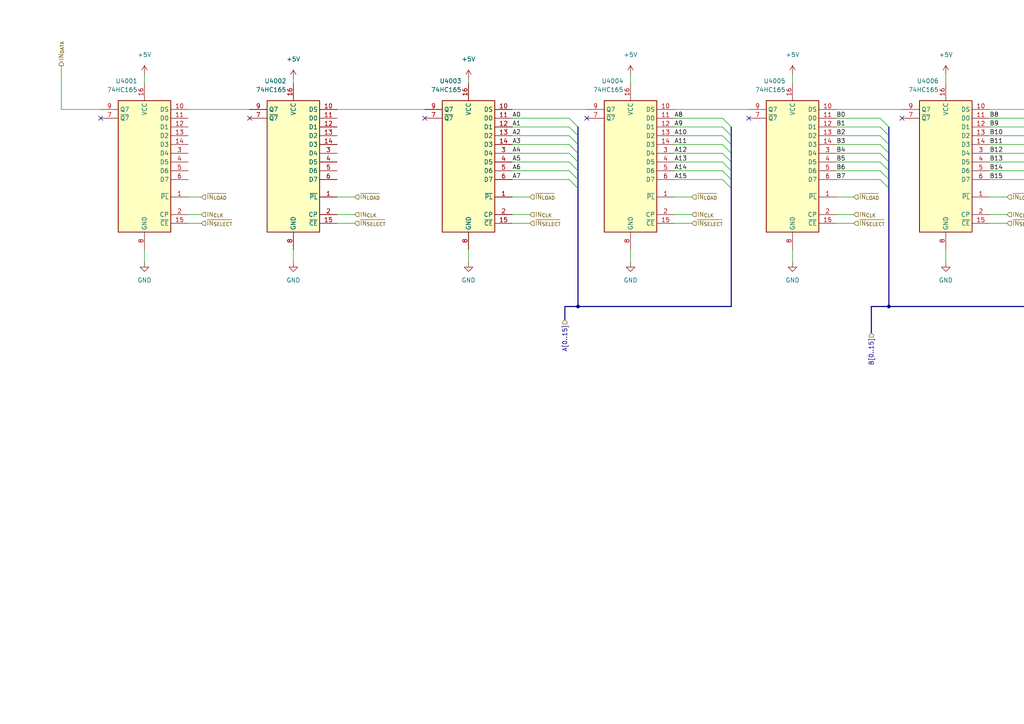
<source format=kicad_sch>
(kicad_sch (version 20231120) (generator "eeschema") (generator_version "8.0")
  (paper "A4")
  (lib_symbols
    (symbol "74xx:74HC165"
      (property "Reference" "U" (at -7.62 19.05 0))
      (property "Value" "74HC165" (at -7.62 -21.59 0))
      (symbol "74HC165_1_0"
        (pin input line (at -12.7 -10.16 0) (length 5.08) (name "~{PL}") (number "1"))
        (pin input line (at -12.7 15.24 0) (length 5.08) (name "DS") (number "10"))
        (pin input line (at -12.7 12.7 0) (length 5.08) (name "D0") (number "11"))
        (pin input line (at -12.7 10.16 0) (length 5.08) (name "D1") (number "12"))
        (pin input line (at -12.7 7.62 0) (length 5.08) (name "D2") (number "13"))
        (pin input line (at -12.7 5.08 0) (length 5.08) (name "D3") (number "14"))
        (pin input line (at -12.7 -17.78 0) (length 5.08) (name "~{CE}") (number "15"))
        (pin power_in line (at 0 22.86 270) (length 5.08) (name "VCC") (number "16"))
        (pin input line (at -12.7 -15.24 0) (length 5.08) (name "CP") (number "2"))
        (pin input line (at -12.7 2.54 0) (length 5.08) (name "D4") (number "3"))
        (pin input line (at -12.7 0 0) (length 5.08) (name "D5") (number "4"))
        (pin input line (at -12.7 -2.54 0) (length 5.08) (name "D6") (number "5"))
        (pin input line (at -12.7 -5.08 0) (length 5.08) (name "D7") (number "6"))
        (pin output line (at 12.7 12.7 180) (length 5.08) (name "~{Q7}") (number "7"))
        (pin power_in line (at 0 -25.4 90) (length 5.08) (name "GND") (number "8"))
        (pin output line (at 12.7 15.24 180) (length 5.08) (name "Q7") (number "9"))
      )
      (symbol "74HC165_1_1"
        (rectangle (start -7.62 17.78) (end 7.62 -20.32) (stroke (width 0.254)) (fill (type background)))
      )
    )
    (symbol "power:+5V" (power) (pin_names (offset 0))
      (property "Value" "+5V" (at 0 3.556 0))
      (symbol "+5V_0_1"
        (polyline (pts (xy -0.762 1.27) (xy 0 2.54)))
        (polyline (pts (xy 0 0) (xy 0 2.54)))
        (polyline (pts (xy 0 2.54) (xy 0.762 1.27)))
      )
      (symbol "+5V_1_1"
        (pin power_in line (at 0 0 90) (length 0) hide (name "+5V") (number "1"))
      )
    )
    (symbol "power:GND" (power) (pin_names (offset 0))
      (property "Value" "GND" (at 0 -3.81 0))
      (symbol "GND_0_1"
        (polyline (pts (xy 0 0) (xy 0 -1.27) (xy 1.27 -1.27) (xy 0 -2.54) (xy -1.27 -1.27) (xy 0 -1.27)))
      )
      (symbol "GND_1_1"
        (pin power_in line (at 0 0 270) (length 0) hide (name "GND") (number "1"))
      )
    )
  )
  (junction (at 167.64 88.9))
  (junction (at 360.68 88.9))
  (junction (at 257.81 88.9))
  (junction (at 454.66 88.9))
  (no_connect (at 29.21 34.29))
  (no_connect (at 217.17 34.29))
  (no_connect (at 364.49 34.29))
  (no_connect (at 261.62 34.29))
  (no_connect (at 458.47 34.29))
  (no_connect (at 72.39 34.29))
  (no_connect (at 123.19 34.29))
  (no_connect (at 411.48 34.29))
  (no_connect (at 317.5 34.29))
  (no_connect (at 170.18 34.29))
  (bus_entry (at 212.09 49.53) (size -2.54 -2.54))
  (bus_entry (at 257.81 41.91) (size -2.54 -2.54))
  (bus_entry (at 257.81 54.61) (size -2.54 -2.54))
  (bus_entry (at 257.81 39.37) (size -2.54 -2.54))
  (bus_entry (at 502.92 46.99) (size -2.54 -2.54))
  (bus_entry (at 167.64 49.53) (size -2.54 -2.54))
  (bus_entry (at 408.94 41.91) (size -2.54 -2.54))
  (bus_entry (at 306.07 44.45) (size -2.54 -2.54))
  (bus_entry (at 306.07 49.53) (size -2.54 -2.54))
  (bus_entry (at 167.64 52.07) (size -2.54 -2.54))
  (bus_entry (at 360.68 54.61) (size -2.54 -2.54))
  (bus_entry (at 257.81 36.83) (size -2.54 -2.54))
  (bus_entry (at 454.66 41.91) (size -2.54 -2.54))
  (bus_entry (at 408.94 52.07) (size -2.54 -2.54))
  (bus_entry (at 306.07 41.91) (size -2.54 -2.54))
  (bus_entry (at 167.64 46.99) (size -2.54 -2.54))
  (bus_entry (at 502.92 52.07) (size -2.54 -2.54))
  (bus_entry (at 257.81 52.07) (size -2.54 -2.54))
  (bus_entry (at 502.92 41.91) (size -2.54 -2.54))
  (bus_entry (at 257.81 46.99) (size -2.54 -2.54))
  (bus_entry (at 306.07 39.37) (size -2.54 -2.54))
  (bus_entry (at 408.94 39.37) (size -2.54 -2.54))
  (bus_entry (at 212.09 54.61) (size -2.54 -2.54))
  (bus_entry (at 360.68 44.45) (size -2.54 -2.54))
  (bus_entry (at 454.66 49.53) (size -2.54 -2.54))
  (bus_entry (at 454.66 52.07) (size -2.54 -2.54))
  (bus_entry (at 502.92 39.37) (size -2.54 -2.54))
  (bus_entry (at 454.66 46.99) (size -2.54 -2.54))
  (bus_entry (at 167.64 54.61) (size -2.54 -2.54))
  (bus_entry (at 454.66 36.83) (size -2.54 -2.54))
  (bus_entry (at 408.94 36.83) (size -2.54 -2.54))
  (bus_entry (at 454.66 54.61) (size -2.54 -2.54))
  (bus_entry (at 360.68 49.53) (size -2.54 -2.54))
  (bus_entry (at 306.07 36.83) (size -2.54 -2.54))
  (bus_entry (at 167.64 36.83) (size -2.54 -2.54))
  (bus_entry (at 408.94 54.61) (size -2.54 -2.54))
  (bus_entry (at 360.68 41.91) (size -2.54 -2.54))
  (bus_entry (at 360.68 39.37) (size -2.54 -2.54))
  (bus_entry (at 257.81 44.45) (size -2.54 -2.54))
  (bus_entry (at 502.92 49.53) (size -2.54 -2.54))
  (bus_entry (at 408.94 46.99) (size -2.54 -2.54))
  (bus_entry (at 502.92 44.45) (size -2.54 -2.54))
  (bus_entry (at 360.68 52.07) (size -2.54 -2.54))
  (bus_entry (at 306.07 46.99) (size -2.54 -2.54))
  (bus_entry (at 360.68 46.99) (size -2.54 -2.54))
  (bus_entry (at 257.81 49.53) (size -2.54 -2.54))
  (bus_entry (at 212.09 52.07) (size -2.54 -2.54))
  (bus_entry (at 454.66 39.37) (size -2.54 -2.54))
  (bus_entry (at 360.68 36.83) (size -2.54 -2.54))
  (bus_entry (at 306.07 52.07) (size -2.54 -2.54))
  (bus_entry (at 167.64 41.91) (size -2.54 -2.54))
  (bus_entry (at 212.09 46.99) (size -2.54 -2.54))
  (bus_entry (at 212.09 44.45) (size -2.54 -2.54))
  (bus_entry (at 502.92 54.61) (size -2.54 -2.54))
  (bus_entry (at 212.09 41.91) (size -2.54 -2.54))
  (bus_entry (at 167.64 44.45) (size -2.54 -2.54))
  (bus_entry (at 212.09 39.37) (size -2.54 -2.54))
  (bus_entry (at 502.92 36.83) (size -2.54 -2.54))
  (bus_entry (at 408.94 49.53) (size -2.54 -2.54))
  (bus_entry (at 408.94 44.45) (size -2.54 -2.54))
  (bus_entry (at 167.64 39.37) (size -2.54 -2.54))
  (bus_entry (at 454.66 44.45) (size -2.54 -2.54))
  (bus_entry (at 212.09 36.83) (size -2.54 -2.54))
  (bus_entry (at 306.07 54.61) (size -2.54 -2.54))
  (wire (pts (xy 54.61 31.75) (xy 72.39 31.75)))
  (bus (pts (xy 212.09 49.53) (xy 212.09 52.07)))
  (wire (pts (xy 54.61 57.15) (xy 58.42 57.15)))
  (bus (pts (xy 408.94 54.61) (xy 408.94 88.9)))
  (wire (pts (xy 389.89 49.53) (xy 406.4 49.53)))
  (wire (pts (xy 102.87 57.15) (xy 97.79 57.15)))
  (bus (pts (xy 454.66 49.53) (xy 454.66 52.07)))
  (wire (pts (xy 389.89 44.45) (xy 406.4 44.45)))
  (wire (pts (xy 342.9 49.53) (xy 358.14 49.53)))
  (wire (pts (xy 330.2 21.59) (xy 330.2 24.13)))
  (bus (pts (xy 257.81 41.91) (xy 257.81 44.45)))
  (bus (pts (xy 212.09 44.45) (xy 212.09 46.99)))
  (wire (pts (xy 274.32 21.59) (xy 274.32 24.13)))
  (wire (pts (xy 287.02 49.53) (xy 303.53 49.53)))
  (wire (pts (xy 195.58 52.07) (xy 209.55 52.07)))
  (wire (pts (xy 148.59 44.45) (xy 165.1 44.45)))
  (wire (pts (xy 347.98 57.15) (xy 342.9 57.15)))
  (bus (pts (xy 454.66 41.91) (xy 454.66 44.45)))
  (wire (pts (xy 195.58 36.83) (xy 209.55 36.83)))
  (wire (pts (xy 389.89 31.75) (xy 411.48 31.75)))
  (bus (pts (xy 360.68 39.37) (xy 360.68 41.91)))
  (bus (pts (xy 360.68 41.91) (xy 360.68 44.45)))
  (wire (pts (xy 389.89 36.83) (xy 406.4 36.83)))
  (wire (pts (xy 292.1 62.23) (xy 287.02 62.23)))
  (wire (pts (xy 436.88 52.07) (xy 452.12 52.07)))
  (bus (pts (xy 360.68 36.83) (xy 360.68 39.37)))
  (wire (pts (xy 41.91 21.59) (xy 41.91 24.13)))
  (bus (pts (xy 502.92 46.99) (xy 502.92 49.53)))
  (wire (pts (xy 436.88 44.45) (xy 452.12 44.45)))
  (bus (pts (xy 167.64 52.07) (xy 167.64 54.61)))
  (wire (pts (xy 389.89 39.37) (xy 406.4 39.37)))
  (wire (pts (xy 389.89 34.29) (xy 406.4 34.29)))
  (wire (pts (xy 148.59 52.07) (xy 165.1 52.07)))
  (wire (pts (xy 424.18 21.59) (xy 424.18 24.13)))
  (wire (pts (xy 377.19 21.59) (xy 377.19 24.13)))
  (wire (pts (xy 148.59 41.91) (xy 165.1 41.91)))
  (wire (pts (xy 195.58 34.29) (xy 209.55 34.29)))
  (bus (pts (xy 355.6 88.9) (xy 360.68 88.9)))
  (wire (pts (xy 342.9 34.29) (xy 358.14 34.29)))
  (bus (pts (xy 355.6 88.9) (xy 355.6 96.52)))
  (bus (pts (xy 212.09 52.07) (xy 212.09 54.61)))
  (wire (pts (xy 148.59 49.53) (xy 165.1 49.53)))
  (wire (pts (xy 182.88 72.39) (xy 182.88 76.2)))
  (bus (pts (xy 502.92 36.83) (xy 502.92 39.37)))
  (wire (pts (xy 247.65 62.23) (xy 242.57 62.23)))
  (bus (pts (xy 257.81 49.53) (xy 257.81 52.07)))
  (bus (pts (xy 408.94 41.91) (xy 408.94 44.45)))
  (wire (pts (xy 242.57 39.37) (xy 255.27 39.37)))
  (wire (pts (xy 389.89 52.07) (xy 406.4 52.07)))
  (wire (pts (xy 148.59 46.99) (xy 165.1 46.99)))
  (bus (pts (xy 360.68 54.61) (xy 360.68 88.9)))
  (wire (pts (xy 182.88 21.59) (xy 182.88 24.13)))
  (wire (pts (xy 483.87 52.07) (xy 500.38 52.07)))
  (bus (pts (xy 257.81 88.9) (xy 306.07 88.9)))
  (bus (pts (xy 408.94 39.37) (xy 408.94 41.91)))
  (bus (pts (xy 502.92 39.37) (xy 502.92 41.91)))
  (wire (pts (xy 274.32 72.39) (xy 274.32 76.2)))
  (wire (pts (xy 287.02 36.83) (xy 303.53 36.83)))
  (bus (pts (xy 502.92 41.91) (xy 502.92 44.45)))
  (bus (pts (xy 257.81 44.45) (xy 257.81 46.99)))
  (wire (pts (xy 287.02 34.29) (xy 303.53 34.29)))
  (wire (pts (xy 394.97 62.23) (xy 389.89 62.23)))
  (bus (pts (xy 502.92 44.45) (xy 502.92 46.99)))
  (wire (pts (xy 483.87 44.45) (xy 500.38 44.45)))
  (wire (pts (xy 483.87 46.99) (xy 500.38 46.99)))
  (bus (pts (xy 252.73 88.9) (xy 252.73 96.52)))
  (wire (pts (xy 41.91 72.39) (xy 41.91 76.2)))
  (bus (pts (xy 360.68 44.45) (xy 360.68 46.99)))
  (wire (pts (xy 483.87 36.83) (xy 500.38 36.83)))
  (bus (pts (xy 360.68 88.9) (xy 408.94 88.9)))
  (bus (pts (xy 167.64 36.83) (xy 167.64 39.37)))
  (bus (pts (xy 252.73 88.9) (xy 257.81 88.9)))
  (wire (pts (xy 483.87 41.91) (xy 500.38 41.91)))
  (wire (pts (xy 242.57 31.75) (xy 261.62 31.75)))
  (wire (pts (xy 436.88 49.53) (xy 452.12 49.53)))
  (bus (pts (xy 257.81 36.83) (xy 257.81 39.37)))
  (wire (pts (xy 292.1 64.77) (xy 287.02 64.77)))
  (wire (pts (xy 195.58 41.91) (xy 209.55 41.91)))
  (wire (pts (xy 488.95 62.23) (xy 483.87 62.23)))
  (wire (pts (xy 347.98 62.23) (xy 342.9 62.23)))
  (bus (pts (xy 408.94 49.53) (xy 408.94 52.07)))
  (bus (pts (xy 449.58 88.9) (xy 454.66 88.9)))
  (wire (pts (xy 389.89 41.91) (xy 406.4 41.91)))
  (wire (pts (xy 483.87 39.37) (xy 500.38 39.37)))
  (wire (pts (xy 195.58 49.53) (xy 209.55 49.53)))
  (wire (pts (xy 483.87 49.53) (xy 500.38 49.53)))
  (wire (pts (xy 287.02 52.07) (xy 303.53 52.07)))
  (wire (pts (xy 148.59 36.83) (xy 165.1 36.83)))
  (wire (pts (xy 195.58 57.15) (xy 200.66 57.15)))
  (bus (pts (xy 257.81 54.61) (xy 257.81 88.9)))
  (bus (pts (xy 360.68 49.53) (xy 360.68 52.07)))
  (bus (pts (xy 306.07 54.61) (xy 306.07 88.9)))
  (wire (pts (xy 54.61 64.77) (xy 58.42 64.77)))
  (wire (pts (xy 287.02 46.99) (xy 303.53 46.99)))
  (wire (pts (xy 153.67 62.23) (xy 148.59 62.23)))
  (bus (pts (xy 454.66 36.83) (xy 454.66 39.37)))
  (bus (pts (xy 454.66 52.07) (xy 454.66 54.61)))
  (wire (pts (xy 441.96 64.77) (xy 436.88 64.77)))
  (bus (pts (xy 212.09 36.83) (xy 212.09 39.37)))
  (wire (pts (xy 54.61 62.23) (xy 58.42 62.23)))
  (bus (pts (xy 212.09 54.61) (xy 212.09 88.9)))
  (bus (pts (xy 360.68 46.99) (xy 360.68 49.53)))
  (wire (pts (xy 287.02 41.91) (xy 303.53 41.91)))
  (wire (pts (xy 342.9 46.99) (xy 358.14 46.99)))
  (wire (pts (xy 195.58 46.99) (xy 209.55 46.99)))
  (bus (pts (xy 163.83 88.9) (xy 167.64 88.9)))
  (wire (pts (xy 153.67 57.15) (xy 148.59 57.15)))
  (bus (pts (xy 167.64 39.37) (xy 167.64 41.91)))
  (bus (pts (xy 257.81 52.07) (xy 257.81 54.61)))
  (bus (pts (xy 167.64 44.45) (xy 167.64 46.99)))
  (bus (pts (xy 502.92 54.61) (xy 502.92 88.9)))
  (wire (pts (xy 195.58 39.37) (xy 209.55 39.37)))
  (wire (pts (xy 102.87 62.23) (xy 97.79 62.23)))
  (bus (pts (xy 502.92 52.07) (xy 502.92 54.61)))
  (wire (pts (xy 85.09 72.39) (xy 85.09 76.2)))
  (bus (pts (xy 306.07 46.99) (xy 306.07 49.53)))
  (bus (pts (xy 408.94 44.45) (xy 408.94 46.99)))
  (wire (pts (xy 292.1 57.15) (xy 287.02 57.15)))
  (bus (pts (xy 306.07 36.83) (xy 306.07 39.37)))
  (wire (pts (xy 148.59 31.75) (xy 170.18 31.75)))
  (bus (pts (xy 167.64 88.9) (xy 212.09 88.9)))
  (wire (pts (xy 488.95 64.77) (xy 483.87 64.77)))
  (bus (pts (xy 449.58 88.9) (xy 449.58 96.52)))
  (wire (pts (xy 287.02 31.75) (xy 317.5 31.75)))
  (wire (pts (xy 377.19 72.39) (xy 377.19 76.2)))
  (wire (pts (xy 342.9 52.07) (xy 358.14 52.07)))
  (wire (pts (xy 85.09 22.86) (xy 85.09 24.13)))
  (wire (pts (xy 17.78 31.75) (xy 29.21 31.75)))
  (bus (pts (xy 167.64 54.61) (xy 167.64 88.9)))
  (wire (pts (xy 441.96 62.23) (xy 436.88 62.23)))
  (bus (pts (xy 408.94 46.99) (xy 408.94 49.53)))
  (wire (pts (xy 229.87 72.39) (xy 229.87 76.2)))
  (bus (pts (xy 167.64 46.99) (xy 167.64 49.53)))
  (wire (pts (xy 97.79 31.75) (xy 123.19 31.75)))
  (wire (pts (xy 389.89 46.99) (xy 406.4 46.99)))
  (bus (pts (xy 167.64 41.91) (xy 167.64 44.45)))
  (wire (pts (xy 242.57 41.91) (xy 255.27 41.91)))
  (wire (pts (xy 342.9 31.75) (xy 364.49 31.75)))
  (wire (pts (xy 424.18 72.39) (xy 424.18 76.2)))
  (wire (pts (xy 436.88 34.29) (xy 452.12 34.29)))
  (wire (pts (xy 436.88 41.91) (xy 452.12 41.91)))
  (wire (pts (xy 436.88 46.99) (xy 452.12 46.99)))
  (wire (pts (xy 148.59 34.29) (xy 165.1 34.29)))
  (bus (pts (xy 306.07 41.91) (xy 306.07 44.45)))
  (wire (pts (xy 17.78 31.75) (xy 17.78 19.05)))
  (bus (pts (xy 502.92 49.53) (xy 502.92 52.07)))
  (bus (pts (xy 360.68 52.07) (xy 360.68 54.61)))
  (bus (pts (xy 212.09 39.37) (xy 212.09 41.91)))
  (wire (pts (xy 347.98 64.77) (xy 342.9 64.77)))
  (wire (pts (xy 242.57 49.53) (xy 255.27 49.53)))
  (wire (pts (xy 342.9 41.91) (xy 358.14 41.91)))
  (bus (pts (xy 167.64 49.53) (xy 167.64 52.07)))
  (wire (pts (xy 247.65 57.15) (xy 242.57 57.15)))
  (wire (pts (xy 394.97 64.77) (xy 389.89 64.77)))
  (bus (pts (xy 454.66 46.99) (xy 454.66 49.53)))
  (wire (pts (xy 135.89 72.39) (xy 135.89 76.2)))
  (wire (pts (xy 242.57 34.29) (xy 255.27 34.29)))
  (bus (pts (xy 306.07 44.45) (xy 306.07 46.99)))
  (wire (pts (xy 487.68 31.75) (xy 483.87 31.75)))
  (wire (pts (xy 247.65 64.77) (xy 242.57 64.77)))
  (wire (pts (xy 471.17 21.59) (xy 471.17 24.13)))
  (wire (pts (xy 195.58 31.75) (xy 217.17 31.75)))
  (bus (pts (xy 212.09 41.91) (xy 212.09 44.45)))
  (wire (pts (xy 242.57 36.83) (xy 255.27 36.83)))
  (bus (pts (xy 454.66 88.9) (xy 502.92 88.9)))
  (wire (pts (xy 195.58 62.23) (xy 200.66 62.23)))
  (wire (pts (xy 394.97 57.15) (xy 389.89 57.15)))
  (bus (pts (xy 454.66 54.61) (xy 454.66 88.9)))
  (wire (pts (xy 242.57 46.99) (xy 255.27 46.99)))
  (wire (pts (xy 153.67 64.77) (xy 148.59 64.77)))
  (bus (pts (xy 454.66 44.45) (xy 454.66 46.99)))
  (wire (pts (xy 471.17 72.39) (xy 471.17 76.2)))
  (wire (pts (xy 342.9 36.83) (xy 358.14 36.83)))
  (bus (pts (xy 163.83 88.9) (xy 163.83 92.71)))
  (bus (pts (xy 306.07 49.53) (xy 306.07 52.07)))
  (bus (pts (xy 306.07 39.37) (xy 306.07 41.91)))
  (bus (pts (xy 212.09 46.99) (xy 212.09 49.53)))
  (bus (pts (xy 306.07 52.07) (xy 306.07 54.61)))
  (wire (pts (xy 436.88 31.75) (xy 458.47 31.75)))
  (wire (pts (xy 342.9 39.37) (xy 358.14 39.37)))
  (bus (pts (xy 257.81 39.37) (xy 257.81 41.91)))
  (wire (pts (xy 436.88 39.37) (xy 452.12 39.37)))
  (wire (pts (xy 195.58 44.45) (xy 209.55 44.45)))
  (wire (pts (xy 483.87 57.15) (xy 488.95 57.15)))
  (bus (pts (xy 454.66 39.37) (xy 454.66 41.91)))
  (wire (pts (xy 229.87 21.59) (xy 229.87 24.13)))
  (wire (pts (xy 441.96 57.15) (xy 436.88 57.15)))
  (bus (pts (xy 408.94 52.07) (xy 408.94 54.61)))
  (wire (pts (xy 102.87 64.77) (xy 97.79 64.77)))
  (wire (pts (xy 148.59 39.37) (xy 165.1 39.37)))
  (wire (pts (xy 330.2 72.39) (xy 330.2 76.2)))
  (wire (pts (xy 342.9 44.45) (xy 358.14 44.45)))
  (wire (pts (xy 287.02 44.45) (xy 303.53 44.45)))
  (wire (pts (xy 436.88 36.83) (xy 452.12 36.83)))
  (bus (pts (xy 257.81 46.99) (xy 257.81 49.53)))
  (wire (pts (xy 242.57 52.07) (xy 255.27 52.07)))
  (wire (pts (xy 483.87 34.29) (xy 500.38 34.29)))
  (wire (pts (xy 287.02 39.37) (xy 303.53 39.37)))
  (wire (pts (xy 195.58 64.77) (xy 200.66 64.77)))
  (bus (pts (xy 408.94 36.83) (xy 408.94 39.37)))
  (wire (pts (xy 135.89 22.86) (xy 135.89 24.13)))
  (wire (pts (xy 242.57 44.45) (xy 255.27 44.45)))
  (label "A10" (at 195.58 39.37 0))
  (label "B2" (at 242.57 39.37 0))
  (label "I9" (at 483.87 36.83 0))
  (label "B3" (at 242.57 41.91 0))
  (label "A7" (at 148.59 52.07 0))
  (label "I13" (at 483.87 46.99 0))
  (label "I14" (at 483.87 49.53 0))
  (label "A3" (at 148.59 41.91 0))
  (label "I12" (at 483.87 44.45 0))
  (label "C10" (at 389.89 39.37 0))
  (label "B11" (at 287.02 41.91 0))
  (label "I6" (at 436.88 49.53 0))
  (label "I3" (at 436.88 41.91 0))
  (label "B7" (at 242.57 52.07 0))
  (label "B12" (at 287.02 44.45 0))
  (label "I1" (at 436.88 36.83 0))
  (label "A4" (at 148.59 44.45 0))
  (label "I15" (at 483.87 52.07 0))
  (label "B6" (at 242.57 49.53 0))
  (label "B9" (at 287.02 36.83 0))
  (label "C6" (at 342.9 49.53 0))
  (label "C8" (at 389.89 34.29 0))
  (label "C7" (at 342.9 52.07 0))
  (label "B0" (at 242.57 34.29 0))
  (label "A11" (at 195.58 41.91 0))
  (label "C0" (at 342.9 34.29 0))
  (label "B1" (at 242.57 36.83 0))
  (label "A13" (at 195.58 46.99 0))
  (label "C4" (at 342.9 44.45 0))
  (label "C9" (at 389.89 36.83 0))
  (label "I4" (at 436.88 44.45 0))
  (label "C2" (at 342.9 39.37 0))
  (label "C15" (at 389.89 52.07 0))
  (label "B10" (at 287.02 39.37 0))
  (label "A2" (at 148.59 39.37 0))
  (label "B8" (at 287.02 34.29 0))
  (label "A0" (at 148.59 34.29 0))
  (label "I11" (at 483.87 41.91 0))
  (label "B5" (at 242.57 46.99 0))
  (label "I5" (at 436.88 46.99 0))
  (label "A1" (at 148.59 36.83 0))
  (label "C5" (at 342.9 46.99 0))
  (label "A15" (at 195.58 52.07 0))
  (label "C12" (at 389.89 44.45 0))
  (label "A9" (at 195.58 36.83 0))
  (label "I10" (at 483.87 39.37 0))
  (label "B15" (at 287.02 52.07 0))
  (label "A12" (at 195.58 44.45 0))
  (label "C1" (at 342.9 36.83 0))
  (label "I0" (at 436.88 34.29 0))
  (label "B4" (at 242.57 44.45 0))
  (label "C14" (at 389.89 49.53 0))
  (label "B13" (at 287.02 46.99 0))
  (label "I7" (at 436.88 52.07 0))
  (label "C11" (at 389.89 41.91 0))
  (label "I2" (at 436.88 39.37 0))
  (label "C13" (at 389.89 46.99 0))
  (label "A5" (at 148.59 46.99 0))
  (label "A14" (at 195.58 49.53 0))
  (label "A6" (at 148.59 49.53 0))
  (label "C3" (at 342.9 41.91 0))
  (label "A8" (at 195.58 34.29 0))
  (label "I8" (at 483.87 34.29 0))
  (label "B14" (at 287.02 49.53 0))
  (hierarchical_label "~{IN_{SELECT}}" (shape input) (at 488.95 64.77 0))
  (hierarchical_label "~{IN_{LOAD}}" (shape input) (at 102.87 57.15 0))
  (hierarchical_label "B[0..15]" (shape input) (at 252.73 96.52 270))
  (hierarchical_label "~{IN_{LOAD}}" (shape input) (at 441.96 57.15 0))
  (hierarchical_label "~{IN_{LOAD}}" (shape input) (at 153.67 57.15 0))
  (hierarchical_label "IN_{CLK}" (shape input) (at 247.65 62.23 0))
  (hierarchical_label "~{IN_{SELECT}}" (shape input) (at 441.96 64.77 0))
  (hierarchical_label "~{IN_{LOAD}}" (shape input) (at 347.98 57.15 0))
  (hierarchical_label "IN_{CLK}" (shape input) (at 441.96 62.23 0))
  (hierarchical_label "~{IN_{LOAD}}" (shape input) (at 247.65 57.15 0))
  (hierarchical_label "~{IN_{SELECT}}" (shape input) (at 247.65 64.77 0))
  (hierarchical_label "IN_{CLK}" (shape input) (at 347.98 62.23 0))
  (hierarchical_label "~{IN_{LOAD}}" (shape input) (at 292.1 57.15 0))
  (hierarchical_label "~{IN_{LOAD}}" (shape input) (at 394.97 57.15 0))
  (hierarchical_label "IN_{CLK}" (shape input) (at 102.87 62.23 0))
  (hierarchical_label "IN_{DATA}" (shape output) (at 17.78 19.05 90))
  (hierarchical_label "~{IN_{SELECT}}" (shape input) (at 200.66 64.77 0))
  (hierarchical_label "IN_{CLK}" (shape input) (at 58.42 62.23 0))
  (hierarchical_label "~{IN_{LOAD}}" (shape input) (at 200.66 57.15 0))
  (hierarchical_label "IN_{CLK}" (shape input) (at 292.1 62.23 0))
  (hierarchical_label "A[0..15]" (shape input) (at 163.83 92.71 270))
  (hierarchical_label "IN_{CLK}" (shape input) (at 200.66 62.23 0))
  (hierarchical_label "~{IN_{SELECT}}" (shape input) (at 153.67 64.77 0))
  (hierarchical_label "IN_{CLK}" (shape input) (at 153.67 62.23 0))
  (hierarchical_label "~{IN_{SELECT}}" (shape input) (at 394.97 64.77 0))
  (hierarchical_label "~{IN_{SELECT}}" (shape input) (at 58.42 64.77 0))
  (hierarchical_label "~{IN_{SELECT}}" (shape input) (at 102.87 64.77 0))
  (hierarchical_label "~{IN_{LOAD}}" (shape input) (at 58.42 57.15 0))
  (hierarchical_label "IN_{CLK}" (shape input) (at 488.95 62.23 0))
  (hierarchical_label "~{IN_{SELECT}}" (shape input) (at 292.1 64.77 0))
  (hierarchical_label "I[0..15]" (shape input) (at 449.58 96.52 270))
  (hierarchical_label "IN_{CLK}" (shape input) (at 394.97 62.23 0))
  (hierarchical_label "~{IN_{SELECT}}" (shape input) (at 347.98 64.77 0))
  (hierarchical_label "~{IN_{LOAD}}" (shape input) (at 488.95 57.15 0))
  (hierarchical_label "C[0..15]" (shape input) (at 355.6 96.52 270))
  (symbol (lib_id "74xx:74HC165") (at 424.18 46.99 0) (mirror y) (unit 1)
    (property "Reference" "U4009" (at 422.1606 23.495 0) (effects (justify left)))
    (property "Value" "74HC165" (at 422.1606 26.035 0) (effects (justify left)))
    (property "Footprint" "Package_SO:SOIC-16_3.9x9.9mm_P1.27mm" (effects (hide yes)))
    (property "Datasheet" "https://assets.nexperia.com/documents/data-sheet/74HC_HCT165.pdf" (effects (hide yes)))
    (property "LCSC" "C5613" (effects (hide yes)))
  )
  (symbol (lib_id "power:+5V") (at 377.19 21.59 0) (mirror y) (unit 1)
    (property "Reference" "#PWR04016" (effects (hide yes)))
    (property "Value" "+5V" (at 377.19 15.875 0))
  )
  (symbol (lib_id "power:GND") (at 424.18 76.2 0) (mirror y) (unit 1)
    (property "Reference" "#PWR04019" (effects (hide yes)))
    (property "Value" "GND" (at 424.18 81.28 0))
  )
  (symbol (lib_id "power:+5V") (at 135.89 22.86 0) (mirror y) (unit 1)
    (property "Reference" "#PWR04005" (effects (hide yes)))
    (property "Value" "+5V" (at 135.89 17.145 0))
  )
  (symbol (lib_id "power:+5V") (at 274.32 21.59 0) (mirror y) (unit 1)
    (property "Reference" "#PWR04012" (effects (hide yes)))
    (property "Value" "+5V" (at 274.32 15.875 0))
  )
  (symbol (lib_id "74xx:74HC165") (at 377.19 46.99 0) (mirror y) (unit 1)
    (property "Reference" "U4008" (at 375.1706 23.495 0) (effects (justify left)))
    (property "Value" "74HC165" (at 375.1706 26.035 0) (effects (justify left)))
    (property "Footprint" "Package_SO:SOIC-16_3.9x9.9mm_P1.27mm" (effects (hide yes)))
    (property "Datasheet" "https://assets.nexperia.com/documents/data-sheet/74HC_HCT165.pdf" (effects (hide yes)))
    (property "LCSC" "C5613" (effects (hide yes)))
  )
  (symbol (lib_id "74xx:74HC165") (at 274.32 46.99 0) (mirror y) (unit 1)
    (property "Reference" "U4006" (at 272.3006 23.495 0) (effects (justify left)))
    (property "Value" "74HC165" (at 272.3006 26.035 0) (effects (justify left)))
    (property "Footprint" "Package_SO:SOIC-16_3.9x9.9mm_P1.27mm" (effects (hide yes)))
    (property "Datasheet" "https://assets.nexperia.com/documents/data-sheet/74HC_HCT165.pdf" (effects (hide yes)))
    (property "LCSC" "C5613" (effects (hide yes)))
  )
  (symbol (lib_id "power:GND") (at 274.32 76.2 0) (mirror y) (unit 1)
    (property "Reference" "#PWR04013" (effects (hide yes)))
    (property "Value" "GND" (at 274.32 81.28 0))
  )
  (symbol (lib_id "74xx:74HC165") (at 471.17 46.99 0) (mirror y) (unit 1)
    (property "Reference" "U4010" (at 469.1506 23.495 0) (effects (justify left)))
    (property "Value" "74HC165" (at 469.1506 26.035 0) (effects (justify left)))
    (property "Footprint" "Package_SO:SOIC-16_3.9x9.9mm_P1.27mm" (effects (hide yes)))
    (property "Datasheet" "https://assets.nexperia.com/documents/data-sheet/74HC_HCT165.pdf" (effects (hide yes)))
    (property "LCSC" "C5613" (effects (hide yes)))
  )
  (symbol (lib_id "power:GND") (at 85.09 76.2 0) (mirror y) (unit 1)
    (property "Reference" "#PWR04004" (effects (hide yes)))
    (property "Value" "GND" (at 85.09 81.28 0))
  )
  (symbol (lib_id "74xx:74HC165") (at 85.09 46.99 0) (mirror y) (unit 1)
    (property "Reference" "U4002" (at 83.0706 23.495 0) (effects (justify left)))
    (property "Value" "74HC165" (at 83.0706 26.035 0) (effects (justify left)))
    (property "Footprint" "Package_SO:SOIC-16_3.9x9.9mm_P1.27mm" (effects (hide yes)))
    (property "Datasheet" "https://assets.nexperia.com/documents/data-sheet/74HC_HCT165.pdf" (effects (hide yes)))
    (property "LCSC" "C5613" (effects (hide yes)))
  )
  (symbol (lib_id "power:GND") (at 471.17 76.2 0) (mirror y) (unit 1)
    (property "Reference" "#PWR04021" (effects (hide yes)))
    (property "Value" "GND" (at 471.17 81.28 0))
  )
  (symbol (lib_id "power:GND") (at 377.19 76.2 0) (mirror y) (unit 1)
    (property "Reference" "#PWR04017" (effects (hide yes)))
    (property "Value" "GND" (at 377.19 81.28 0))
  )
  (symbol (lib_id "power:+5V") (at 471.17 21.59 0) (mirror y) (unit 1)
    (property "Reference" "#PWR04011" (effects (hide yes)))
    (property "Value" "+5V" (at 471.17 15.875 0))
  )
  (symbol (lib_id "power:+5V") (at 41.91 21.59 0) (mirror y) (unit 1)
    (property "Reference" "#PWR04001" (effects (hide yes)))
    (property "Value" "+5V" (at 41.91 15.875 0))
  )
  (symbol (lib_id "power:+5V") (at 424.18 21.59 0) (mirror y) (unit 1)
    (property "Reference" "#PWR04018" (effects (hide yes)))
    (property "Value" "+5V" (at 424.18 15.875 0))
  )
  (symbol (lib_id "power:+5V") (at 330.2 21.59 0) (mirror y) (unit 1)
    (property "Reference" "#PWR04014" (effects (hide yes)))
    (property "Value" "+5V" (at 330.2 15.875 0))
  )
  (symbol (lib_id "power:GND") (at 182.88 76.2 0) (mirror y) (unit 1)
    (property "Reference" "#PWR04008" (effects (hide yes)))
    (property "Value" "GND" (at 182.88 81.28 0))
  )
  (symbol (lib_id "power:+5V") (at 229.87 21.59 0) (mirror y) (unit 1)
    (property "Reference" "#PWR04009" (effects (hide yes)))
    (property "Value" "+5V" (at 229.87 15.875 0))
  )
  (symbol (lib_id "74xx:74HC165") (at 182.88 46.99 0) (mirror y) (unit 1)
    (property "Reference" "U4004" (at 180.8606 23.495 0) (effects (justify left)))
    (property "Value" "74HC165" (at 180.8606 26.035 0) (effects (justify left)))
    (property "Footprint" "Package_SO:SOIC-16_3.9x9.9mm_P1.27mm" (effects (hide yes)))
    (property "Datasheet" "https://assets.nexperia.com/documents/data-sheet/74HC_HCT165.pdf" (effects (hide yes)))
    (property "LCSC" "C5613" (effects (hide yes)))
  )
  (symbol (lib_id "74xx:74HC165") (at 41.91 46.99 0) (mirror y) (unit 1)
    (property "Reference" "U4001" (at 39.8906 23.495 0) (effects (justify left)))
    (property "Value" "74HC165" (at 39.8906 26.035 0) (effects (justify left)))
    (property "Footprint" "Package_SO:SOIC-16_3.9x9.9mm_P1.27mm" (effects (hide yes)))
    (property "Datasheet" "https://assets.nexperia.com/documents/data-sheet/74HC_HCT165.pdf" (effects (hide yes)))
    (property "LCSC" "C5613" (effects (hide yes)))
  )
  (symbol (lib_id "power:GND") (at 229.87 76.2 0) (mirror y) (unit 1)
    (property "Reference" "#PWR04010" (effects (hide yes)))
    (property "Value" "GND" (at 229.87 81.28 0))
  )
  (symbol (lib_id "power:+5V") (at 85.09 22.86 0) (mirror y) (unit 1)
    (property "Reference" "#PWR04003" (effects (hide yes)))
    (property "Value" "+5V" (at 85.09 17.145 0))
  )
  (symbol (lib_id "74xx:74HC165") (at 229.87 46.99 0) (mirror y) (unit 1)
    (property "Reference" "U4005" (at 227.8506 23.495 0) (effects (justify left)))
    (property "Value" "74HC165" (at 227.8506 26.035 0) (effects (justify left)))
    (property "Footprint" "Package_SO:SOIC-16_3.9x9.9mm_P1.27mm" (effects (hide yes)))
    (property "Datasheet" "https://assets.nexperia.com/documents/data-sheet/74HC_HCT165.pdf" (effects (hide yes)))
    (property "LCSC" "C5613" (effects (hide yes)))
  )
  (symbol (lib_id "74xx:74HC165") (at 135.89 46.99 0) (mirror y) (unit 1)
    (property "Reference" "U4003" (at 133.8706 23.495 0) (effects (justify left)))
    (property "Value" "74HC165" (at 133.8706 26.035 0) (effects (justify left)))
    (property "Footprint" "Package_SO:SOIC-16_3.9x9.9mm_P1.27mm" (effects (hide yes)))
    (property "Datasheet" "https://assets.nexperia.com/documents/data-sheet/74HC_HCT165.pdf" (effects (hide yes)))
    (property "LCSC" "C5613" (effects (hide yes)))
  )
  (symbol (lib_id "power:GND") (at 330.2 76.2 0) (mirror y) (unit 1)
    (property "Reference" "#PWR04015" (effects (hide yes)))
    (property "Value" "GND" (at 330.2 81.28 0))
  )
  (symbol (lib_id "power:GND") (at 41.91 76.2 0) (mirror y) (unit 1)
    (property "Reference" "#PWR04002" (effects (hide yes)))
    (property "Value" "GND" (at 41.91 81.28 0))
  )
  (symbol (lib_id "power:GND") (at 135.89 76.2 0) (mirror y) (unit 1)
    (property "Reference" "#PWR04006" (effects (hide yes)))
    (property "Value" "GND" (at 135.89 81.28 0))
  )
  (symbol (lib_id "74xx:74HC165") (at 330.2 46.99 0) (mirror y) (unit 1)
    (property "Reference" "U4007" (at 328.1806 23.495 0) (effects (justify left)))
    (property "Value" "74HC165" (at 328.1806 26.035 0) (effects (justify left)))
    (property "Footprint" "Package_SO:SOIC-16_3.9x9.9mm_P1.27mm" (effects (hide yes)))
    (property "Datasheet" "https://assets.nexperia.com/documents/data-sheet/74HC_HCT165.pdf" (effects (hide yes)))
    (property "LCSC" "C5613" (effects (hide yes)))
  )
  (symbol (lib_id "power:GND") (at 487.68 31.75 90) (mirror x) (unit 1)
    (property "Reference" "#PWR04022" (effects (hide yes)))
    (property "Value" "GND" (at 490.855 31.7499 90) (effects (justify right)))
  )
  (symbol (lib_id "power:+5V") (at 182.88 21.59 0) (mirror y) (unit 1)
    (property "Reference" "#PWR04007" (effects (hide yes)))
    (property "Value" "+5V" (at 182.88 15.875 0))
  )
)
</source>
